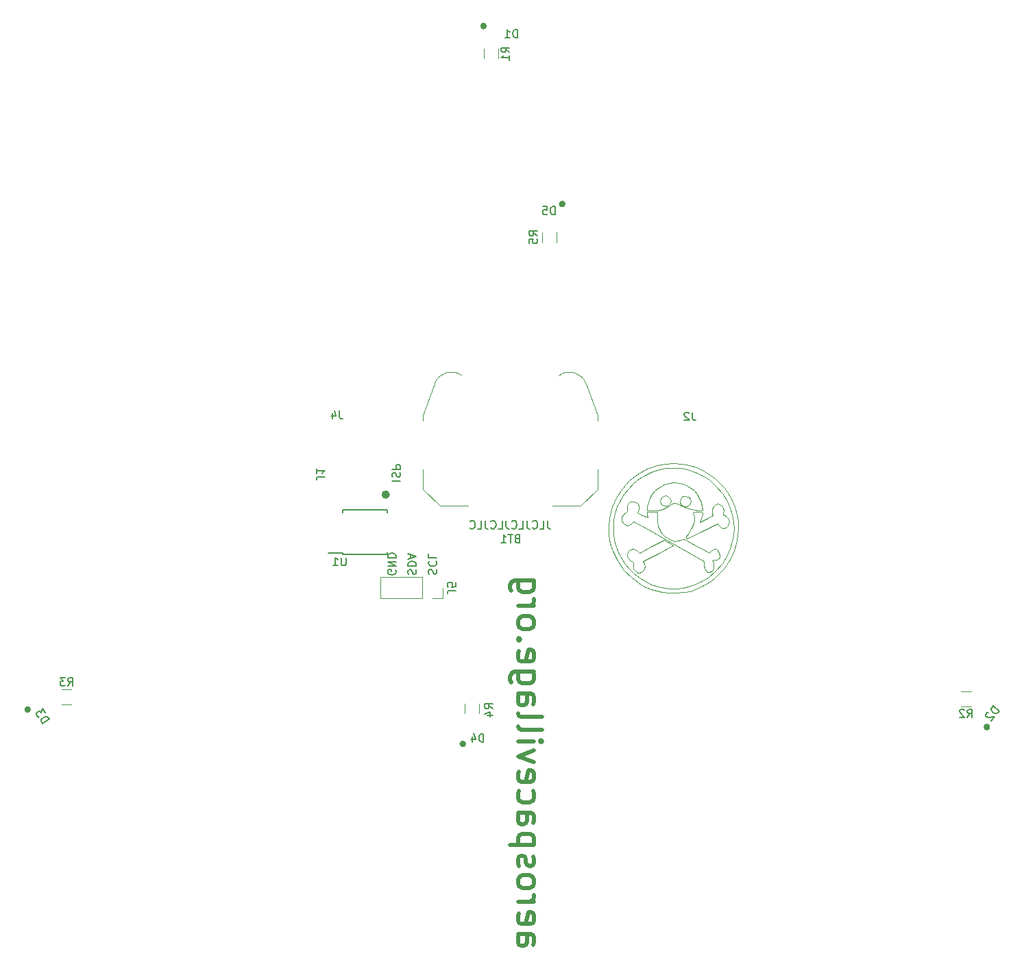
<source format=gbo>
%TF.GenerationSoftware,KiCad,Pcbnew,5.1.6-c6e7f7d~86~ubuntu18.04.1*%
%TF.CreationDate,2020-06-07T16:50:32-04:00*%
%TF.ProjectId,aerospace_badge,6165726f-7370-4616-9365-5f6261646765,V01*%
%TF.SameCoordinates,Original*%
%TF.FileFunction,Legend,Bot*%
%TF.FilePolarity,Positive*%
%FSLAX46Y46*%
G04 Gerber Fmt 4.6, Leading zero omitted, Abs format (unit mm)*
G04 Created by KiCad (PCBNEW 5.1.6-c6e7f7d~86~ubuntu18.04.1) date 2020-06-07 16:50:32*
%MOMM*%
%LPD*%
G01*
G04 APERTURE LIST*
%ADD10C,0.100000*%
%ADD11C,0.150000*%
%ADD12C,0.500000*%
%ADD13C,0.120000*%
%ADD14C,0.400000*%
G04 APERTURE END LIST*
D10*
X161698980Y-84932802D02*
X160993822Y-86016842D01*
X162572708Y-83974652D02*
X161698980Y-84932802D01*
X166058289Y-82045742D02*
X164767059Y-82512102D01*
X164767059Y-82512102D02*
X163600299Y-83161402D01*
X163600299Y-83161402D02*
X162572708Y-83974652D01*
X162476437Y-84912790D02*
X161916783Y-85610422D01*
X163117742Y-84278721D02*
X162476437Y-84912790D01*
X165418895Y-82858652D02*
X164600856Y-83241576D01*
X166272589Y-82580118D02*
X165418895Y-82858652D01*
X166947229Y-81898712D02*
X166058289Y-82045742D01*
X170553468Y-87828893D02*
X171036642Y-87796336D01*
X170485253Y-87886252D02*
X170553468Y-87828893D01*
X170490942Y-87983920D02*
X170485253Y-87886252D01*
X170599460Y-88461927D02*
X170490942Y-87983920D01*
X170953957Y-85610422D02*
X171246962Y-86109617D01*
X170609792Y-85195460D02*
X170953957Y-85610422D01*
X170063571Y-84753627D02*
X170609792Y-85195460D01*
X164747618Y-87796330D02*
X165417860Y-87796330D01*
X164818415Y-88171502D02*
X164747618Y-87796330D01*
X164828231Y-88547189D02*
X164818415Y-88171502D01*
X166365103Y-90092832D02*
X166586795Y-90466968D01*
X166165115Y-89592087D02*
X166365103Y-90092832D01*
X166010085Y-88981272D02*
X166165115Y-89592087D01*
X169675482Y-87142616D02*
X169874952Y-87071301D01*
X169434669Y-87143146D02*
X169675482Y-87142616D01*
X169201092Y-87079066D02*
X169434669Y-87143146D01*
X165370852Y-92105628D02*
X166928880Y-91328936D01*
X163813324Y-92882326D02*
X165370852Y-92105628D01*
X160036784Y-89834102D02*
X160068964Y-90559752D01*
X160148022Y-88486512D02*
X160036784Y-89834102D01*
X167297333Y-85877072D02*
X167045151Y-85830048D01*
X167511273Y-86012465D02*
X167297333Y-85877072D01*
X167653899Y-86215038D02*
X167511273Y-86012465D01*
X166281373Y-84775342D02*
X166881337Y-84453915D01*
X165736705Y-85223892D02*
X166281373Y-84775342D01*
X165381171Y-85642471D02*
X165736705Y-85223892D01*
X165106253Y-86105492D02*
X165381171Y-85642471D01*
X164914014Y-86610373D02*
X165106253Y-86105492D01*
X164804977Y-87153491D02*
X164914014Y-86610373D01*
X163087262Y-94434684D02*
X163091919Y-94071400D01*
X163092422Y-94828976D02*
X163087262Y-94434684D01*
X163306877Y-95132316D02*
X163092422Y-94828976D01*
X163499115Y-95309050D02*
X163306877Y-95132316D01*
X167297333Y-87030491D02*
X167511273Y-86895099D01*
X167045151Y-87078034D02*
X167297333Y-87030491D01*
X166792971Y-87030491D02*
X167045151Y-87078034D01*
X174956812Y-89029336D02*
X174891700Y-89281000D01*
X174891700Y-88769402D02*
X174956812Y-89029336D01*
X174728921Y-88507919D02*
X174891700Y-88769402D01*
X174518080Y-88305865D02*
X174728921Y-88507919D01*
X171665359Y-82689952D02*
X170864739Y-82324772D01*
X172420289Y-83135812D02*
X171665359Y-82689952D01*
X170611343Y-87613919D02*
X169898206Y-87424265D01*
X171167381Y-87689883D02*
X170611343Y-87613919D01*
X171662440Y-87689883D02*
X171167381Y-87689883D01*
X172898555Y-93928774D02*
X173007592Y-94163904D01*
X172866514Y-93826973D02*
X172898555Y-93928774D01*
X173105260Y-93800102D02*
X172866514Y-93826973D01*
X173391547Y-93750492D02*
X173105260Y-93800102D01*
X161256356Y-92869927D02*
X161625844Y-93591330D01*
X160965420Y-92111835D02*
X161256356Y-92869927D01*
X162563784Y-89433429D02*
X162360179Y-89495958D01*
X162815448Y-89249462D02*
X162563784Y-89433429D01*
X163126540Y-88987979D02*
X162815448Y-89249462D01*
X164511985Y-89770876D02*
X163126540Y-88987979D01*
X169644995Y-90825608D02*
X169748349Y-90698484D01*
X169601071Y-90963583D02*
X169644995Y-90825608D01*
X169619671Y-91074171D02*
X169601071Y-90963583D01*
X169704936Y-91119648D02*
X169619671Y-91074171D01*
X173071949Y-96061832D02*
X173706279Y-95483152D01*
X172384649Y-96570262D02*
X173071949Y-96061832D01*
X160603685Y-89680457D02*
X160635207Y-90510381D01*
X160666730Y-88840199D02*
X160603685Y-89680457D01*
X163829845Y-83718548D02*
X163117742Y-84278721D01*
X164600856Y-83241576D02*
X163829845Y-83718548D01*
X164011099Y-96784012D02*
X164630769Y-97112462D01*
X162879932Y-95981552D02*
X164011099Y-96784012D01*
X173609104Y-93631636D02*
X173391547Y-93750492D01*
X173718660Y-93470405D02*
X173609104Y-93631636D01*
X173767750Y-93280754D02*
X173718660Y-93470405D01*
X160531629Y-92624632D02*
X161120228Y-93878002D01*
X160318879Y-91958002D02*
X160531629Y-92624632D01*
X161450661Y-86360765D02*
X161089441Y-87153996D01*
X161916783Y-85610422D02*
X161450661Y-86360765D01*
X168872959Y-92237393D02*
X164511985Y-89770876D01*
X171847971Y-93921527D02*
X168872959Y-92237393D01*
X171847971Y-94372663D02*
X171847971Y-93921527D01*
X171933238Y-94890976D02*
X171847971Y-94372663D01*
X166018340Y-88385960D02*
X166010085Y-88981272D01*
X166087587Y-87796330D02*
X166018340Y-88385960D01*
X165417860Y-87796330D02*
X166087587Y-87796330D01*
X171607137Y-88131190D02*
X171485695Y-88576124D01*
X171598882Y-87899163D02*
X171607137Y-88131190D01*
X171422148Y-87810279D02*
X171598882Y-87899163D01*
X171036642Y-87796336D02*
X171422148Y-87810279D01*
X174280239Y-94840302D02*
X174786449Y-94139352D01*
X173706279Y-95483152D02*
X174280239Y-94840302D01*
X175442571Y-90673163D02*
X175493215Y-89846856D01*
X175289091Y-91498952D02*
X175442571Y-90673163D01*
X175033295Y-92326291D02*
X175289091Y-91498952D01*
X168363819Y-97816512D02*
X169328589Y-97740912D01*
X167405849Y-97829912D02*
X168363819Y-97816512D01*
X175287025Y-88188559D02*
X175030194Y-87352952D01*
X175441020Y-89019518D02*
X175287025Y-88188559D01*
X175493215Y-89846856D02*
X175441020Y-89019518D01*
X172915583Y-88287254D02*
X172853054Y-87895546D01*
X172126485Y-88677927D02*
X172915583Y-88287254D01*
X171337386Y-89068600D02*
X172126485Y-88677927D01*
X171485695Y-88576124D02*
X171337386Y-89068600D01*
X174308792Y-88225249D02*
X174518080Y-88305865D01*
X174159964Y-88176158D02*
X174308792Y-88225249D01*
X174208538Y-87951882D02*
X174159964Y-88176158D01*
X174246263Y-87635104D02*
X174208538Y-87951882D01*
X167283908Y-91087601D02*
X167717476Y-91325314D01*
X166877215Y-90777544D02*
X167283908Y-91087601D01*
X166586795Y-90466968D02*
X166877215Y-90777544D01*
X174345299Y-84903232D02*
X173766819Y-84247872D01*
X174851849Y-85617602D02*
X174345299Y-84903232D01*
X175279899Y-86385542D02*
X174851849Y-85617602D01*
X175620249Y-87211252D02*
X175279899Y-86385542D01*
X165283179Y-97388422D02*
X165965819Y-97608902D01*
X164630769Y-97112462D02*
X165283179Y-97388422D01*
X175217539Y-93386372D02*
X175572599Y-92557782D01*
X174786449Y-94139352D02*
X175217539Y-93386372D01*
X162684193Y-93834204D02*
X162498157Y-93624916D01*
X162882115Y-93947893D02*
X162684193Y-93834204D01*
X163020606Y-93995436D02*
X162882115Y-93947893D01*
X163091919Y-94071400D02*
X163020606Y-93995436D01*
X164741932Y-87689894D02*
X164804977Y-87153491D01*
X165415794Y-87689894D02*
X164741932Y-87689894D01*
X166083970Y-87627365D02*
X165415794Y-87689894D01*
X169406777Y-91212662D02*
X170490434Y-91776452D01*
X169175782Y-91187341D02*
X169406777Y-91212662D01*
X168968561Y-91272606D02*
X169175782Y-91187341D01*
X167704024Y-86453782D02*
X167653899Y-86215038D01*
X167653899Y-86692526D02*
X167704024Y-86453782D01*
X167511273Y-86895099D02*
X167653899Y-86692526D01*
X173226667Y-86942634D02*
X173538812Y-86856340D01*
X172990505Y-87164841D02*
X173226667Y-86942634D01*
X172857182Y-87492470D02*
X172990505Y-87164841D01*
X172853054Y-87895546D02*
X172857182Y-87492470D01*
X169463091Y-84438919D02*
X170063571Y-84753627D01*
X168826437Y-84251850D02*
X169463091Y-84438919D01*
X168171697Y-84191904D02*
X168826437Y-84251850D01*
X166579545Y-86895099D02*
X166792971Y-87030491D01*
X166436403Y-86692526D02*
X166579545Y-86895099D01*
X166386278Y-86453782D02*
X166436403Y-86692526D01*
X162347260Y-87753944D02*
X162340539Y-87427866D01*
X162161742Y-87897089D02*
X162347260Y-87753944D01*
X161802073Y-88147718D02*
X162161742Y-87897089D01*
X161632575Y-88507387D02*
X161802073Y-88147718D01*
X172453102Y-92873026D02*
X172686682Y-92639449D01*
X172070181Y-92661153D02*
X172453102Y-92873026D01*
X170490434Y-91776452D02*
X172070181Y-92661153D01*
X169864101Y-97070704D02*
X170586020Y-96825242D01*
X169173703Y-97198863D02*
X169864101Y-97070704D01*
X168382019Y-97273793D02*
X169173703Y-97198863D01*
X162643889Y-86595360D02*
X162934291Y-86527680D01*
X162439769Y-86778812D02*
X162643889Y-86595360D01*
X162334348Y-87061482D02*
X162439769Y-86778812D01*
X162340539Y-87427866D02*
X162334348Y-87061482D01*
X160826927Y-87995808D02*
X160666730Y-88840199D01*
X161089441Y-87153996D02*
X160826927Y-87995808D01*
X168041649Y-81849712D02*
X166947229Y-81898712D01*
X171642286Y-90203941D02*
X169704936Y-91119648D01*
X173471631Y-89287718D02*
X171642286Y-90203941D01*
X173686089Y-89560569D02*
X173471631Y-89287718D01*
X173931035Y-89767791D02*
X173686089Y-89560569D01*
X166676199Y-97770912D02*
X167405849Y-97829912D01*
X165965819Y-97608902D02*
X166676199Y-97770912D01*
X160163824Y-91268712D02*
X160318879Y-91958002D01*
X160068964Y-90559752D02*
X160163824Y-91268712D01*
X163653111Y-95389147D02*
X163499115Y-95309050D01*
X163819507Y-95385019D02*
X163653111Y-95389147D01*
X164051536Y-95309571D02*
X163819507Y-95385019D01*
X164273228Y-95145241D02*
X164051536Y-95309571D01*
X163764215Y-87157092D02*
X163729591Y-87521928D01*
X163645358Y-86851686D02*
X163764215Y-87157092D01*
X163392144Y-86633611D02*
X163645358Y-86851686D01*
X175828709Y-91688492D02*
X175985709Y-90792222D01*
X175572599Y-92557782D02*
X175828709Y-91688492D01*
X163025241Y-86530775D02*
X163392144Y-86633611D01*
X162934291Y-86527680D02*
X163025241Y-86530775D01*
X169895108Y-85959741D02*
X169434153Y-85867253D01*
X169022808Y-86957628D02*
X169201092Y-87079066D01*
X168854859Y-86612944D02*
X169022808Y-86957628D01*
X168890001Y-86257411D02*
X168854859Y-86612944D01*
X174675176Y-93157249D02*
X175033295Y-92326291D01*
X174094850Y-94157705D02*
X174675176Y-93157249D01*
X173252009Y-95097698D02*
X174094850Y-94157705D01*
X166123761Y-92978965D02*
X164259274Y-93921543D01*
X167988245Y-91980060D02*
X166123761Y-92978965D01*
X167458563Y-91626076D02*
X167988245Y-91980060D01*
X166928880Y-91328936D02*
X167458563Y-91626076D01*
X163591632Y-92644614D02*
X163813324Y-92882326D01*
X163334283Y-92461162D02*
X163591632Y-92644614D01*
X163049030Y-92407936D02*
X163334283Y-92461162D01*
X162769458Y-92484416D02*
X163049030Y-92407936D01*
X170078619Y-97613382D02*
X170880599Y-97352112D01*
X169328589Y-97740912D02*
X170078619Y-97613382D01*
X167604290Y-97289297D02*
X168382019Y-97273793D01*
X166957301Y-97238137D02*
X167604290Y-97289297D01*
X166095855Y-97050550D02*
X166957301Y-97238137D01*
X171630401Y-83322708D02*
X170747251Y-82888109D01*
X172464458Y-83885463D02*
X171630401Y-83322708D01*
X173253041Y-84578444D02*
X172464458Y-83885463D01*
X166740777Y-87452182D02*
X166083970Y-87627365D01*
X167367096Y-87184497D02*
X166740777Y-87452182D01*
X167934503Y-86831548D02*
X167367096Y-87184497D01*
X174097950Y-85511204D02*
X173253041Y-84578444D01*
X174670525Y-86510625D02*
X174097950Y-85511204D01*
X175030194Y-87352952D02*
X174670525Y-86510625D01*
X165282468Y-96773047D02*
X166095855Y-97050550D01*
X164520759Y-96412346D02*
X165282468Y-96773047D01*
X163814859Y-95974649D02*
X164520759Y-96412346D01*
X173122959Y-83656922D02*
X172420289Y-83135812D01*
X173766819Y-84247872D02*
X173122959Y-83656922D01*
X162070262Y-94269324D02*
X162585993Y-94896678D01*
X161625844Y-93591330D02*
X162070262Y-94269324D01*
X168722051Y-86927656D02*
X168483307Y-86795880D01*
X169208842Y-87177253D02*
X168722051Y-86927656D01*
X169898206Y-87424265D02*
X169208842Y-87177253D01*
X162528648Y-92689056D02*
X162769458Y-92484416D01*
X162305921Y-93123136D02*
X162528648Y-92689056D01*
X162360182Y-93370151D02*
X162305921Y-93123136D01*
X162498157Y-93624916D02*
X162360182Y-93370151D01*
X169093606Y-85979392D02*
X168890001Y-86257411D01*
X169249151Y-85897225D02*
X169093606Y-85979392D01*
X169434153Y-85867253D02*
X169249151Y-85897225D01*
X161909652Y-95004932D02*
X162879932Y-95981552D01*
X161120228Y-93878002D02*
X161909652Y-95004932D01*
X160471936Y-87207762D02*
X160148022Y-88486512D01*
X160993822Y-86016842D02*
X160471936Y-87207762D01*
X171593712Y-87189138D02*
X171662440Y-87689883D01*
X171467619Y-86650669D02*
X171593712Y-87189138D01*
X171246962Y-86109617D02*
X171467619Y-86650669D01*
X170135918Y-86706983D02*
X170175709Y-86479608D01*
X170032567Y-86914723D02*
X170135918Y-86706983D01*
X169874952Y-87071301D02*
X170032567Y-86914723D01*
X170024989Y-82045672D02*
X169136049Y-81898642D01*
X170864739Y-82324772D02*
X170024989Y-82045672D01*
X170609276Y-88847435D02*
X170599460Y-88461927D01*
X170509026Y-89244826D02*
X170609276Y-88847435D01*
X170285784Y-89759007D02*
X170509026Y-89244826D01*
X169748349Y-90698484D02*
X170285784Y-89759007D01*
X166438469Y-86210902D02*
X166386278Y-86453782D01*
X166579545Y-86012465D02*
X166438469Y-86210902D01*
X166788836Y-85879141D02*
X166579545Y-86012465D01*
X173134198Y-92406388D02*
X173320234Y-92443594D01*
X172914572Y-92475116D02*
X173134198Y-92406388D01*
X172686682Y-92639449D02*
X172914572Y-92475116D01*
X168559801Y-91417817D02*
X168968561Y-91272606D01*
X168142772Y-91435386D02*
X168559801Y-91417817D01*
X167717476Y-91325314D02*
X168142772Y-91435386D01*
X170040316Y-86082733D02*
X169895108Y-85959741D01*
X170140054Y-86264115D02*
X170040316Y-86082733D01*
X170175709Y-86479608D02*
X170140054Y-86264115D01*
X164191578Y-88221111D02*
X164828231Y-88547189D01*
X163614871Y-87895549D02*
X164191578Y-88221111D01*
X163729591Y-87521928D02*
X163614871Y-87895549D01*
X173709873Y-92877677D02*
X173767750Y-93280754D01*
X173482498Y-92544879D02*
X173709873Y-92877677D01*
X173320234Y-92443594D02*
X173482498Y-92544879D01*
X164444276Y-94886859D02*
X164273228Y-95145241D01*
X164523341Y-94562329D02*
X164444276Y-94886859D01*
X164419471Y-94241419D02*
X164523341Y-94562329D01*
X164259274Y-93921543D02*
X164419471Y-94241419D01*
X171651739Y-97002372D02*
X172384649Y-96570262D01*
X170880599Y-97352112D02*
X171651739Y-97002372D01*
X168999038Y-82446791D02*
X168040439Y-82402865D01*
X169810356Y-82579083D02*
X168999038Y-82446791D01*
X170747251Y-82888109D02*
X169810356Y-82579083D01*
X167045151Y-85830048D02*
X166788836Y-85879141D01*
X167517475Y-84259611D02*
X168171697Y-84191904D01*
X166881337Y-84453915D02*
X167517475Y-84259611D01*
X168041619Y-81849642D02*
X168041649Y-81849712D01*
X169136049Y-81898642D02*
X168041619Y-81849642D01*
X175860879Y-88078472D02*
X175620249Y-87211252D01*
X176001909Y-88973502D02*
X175860879Y-88078472D01*
X172332166Y-95924521D02*
X173252009Y-95097698D01*
X171418528Y-96464022D02*
X172332166Y-95924521D01*
X170586020Y-96825242D02*
X171418528Y-96464022D01*
X168058526Y-86743696D02*
X167934503Y-86831548D01*
X168251797Y-86733351D02*
X168058526Y-86743696D01*
X168483307Y-86795880D02*
X168251797Y-86733351D01*
X163168902Y-95467702D02*
X163814859Y-95974649D01*
X162585993Y-94896678D02*
X163168902Y-95467702D01*
X176043509Y-89882652D02*
X176001909Y-88973502D01*
X175985709Y-90792222D02*
X176043509Y-89882652D01*
X167082359Y-82447307D02*
X166272589Y-82580118D01*
X168040439Y-82402865D02*
X167082359Y-82447307D01*
X160757164Y-91322734D02*
X160965420Y-92111835D01*
X160635207Y-90510381D02*
X160757164Y-91322734D01*
X172812771Y-95086845D02*
X172637588Y-95222753D01*
X172957983Y-94832596D02*
X172812771Y-95086845D01*
X173025160Y-94495149D02*
X172957983Y-94832596D01*
X173007592Y-94163904D02*
X173025160Y-94495149D01*
X161667199Y-88902712D02*
X161632575Y-88507387D01*
X161919378Y-89260312D02*
X161667199Y-88902712D01*
X162160191Y-89438081D02*
X161919378Y-89260312D01*
X162360179Y-89495958D02*
X162160191Y-89438081D01*
X174160995Y-87304893D02*
X174246263Y-87635104D01*
X173982711Y-87030491D02*
X174160995Y-87304893D01*
X173741382Y-86879597D02*
X173982711Y-87030491D01*
X173538812Y-86856340D02*
X173741382Y-86879597D01*
X172155964Y-95207235D02*
X171933238Y-94890976D01*
X172302723Y-95278033D02*
X172155964Y-95207235D01*
X172465506Y-95285282D02*
X172302723Y-95278033D01*
X172637588Y-95222753D02*
X172465506Y-95285282D01*
X174209054Y-89834971D02*
X173931035Y-89767791D01*
X174487073Y-89762624D02*
X174209054Y-89834971D01*
X174734604Y-89550751D02*
X174487073Y-89762624D01*
X174891700Y-89281000D02*
X174734604Y-89550751D01*
D11*
X152497847Y-88911180D02*
X152497847Y-89625466D01*
X152545466Y-89768323D01*
X152640704Y-89863561D01*
X152783561Y-89911180D01*
X152878800Y-89911180D01*
X151545466Y-89911180D02*
X152021657Y-89911180D01*
X152021657Y-88911180D01*
X150640704Y-89815942D02*
X150688323Y-89863561D01*
X150831180Y-89911180D01*
X150926419Y-89911180D01*
X151069276Y-89863561D01*
X151164514Y-89768323D01*
X151212133Y-89673085D01*
X151259752Y-89482609D01*
X151259752Y-89339752D01*
X151212133Y-89149276D01*
X151164514Y-89054038D01*
X151069276Y-88958800D01*
X150926419Y-88911180D01*
X150831180Y-88911180D01*
X150688323Y-88958800D01*
X150640704Y-89006419D01*
X149926419Y-88911180D02*
X149926419Y-89625466D01*
X149974038Y-89768323D01*
X150069276Y-89863561D01*
X150212133Y-89911180D01*
X150307371Y-89911180D01*
X148974038Y-89911180D02*
X149450228Y-89911180D01*
X149450228Y-88911180D01*
X148069276Y-89815942D02*
X148116895Y-89863561D01*
X148259752Y-89911180D01*
X148354990Y-89911180D01*
X148497847Y-89863561D01*
X148593085Y-89768323D01*
X148640704Y-89673085D01*
X148688323Y-89482609D01*
X148688323Y-89339752D01*
X148640704Y-89149276D01*
X148593085Y-89054038D01*
X148497847Y-88958800D01*
X148354990Y-88911180D01*
X148259752Y-88911180D01*
X148116895Y-88958800D01*
X148069276Y-89006419D01*
X147354990Y-88911180D02*
X147354990Y-89625466D01*
X147402609Y-89768323D01*
X147497847Y-89863561D01*
X147640704Y-89911180D01*
X147735942Y-89911180D01*
X146402609Y-89911180D02*
X146878800Y-89911180D01*
X146878800Y-88911180D01*
X145497847Y-89815942D02*
X145545466Y-89863561D01*
X145688323Y-89911180D01*
X145783561Y-89911180D01*
X145926419Y-89863561D01*
X146021657Y-89768323D01*
X146069276Y-89673085D01*
X146116895Y-89482609D01*
X146116895Y-89339752D01*
X146069276Y-89149276D01*
X146021657Y-89054038D01*
X145926419Y-88958800D01*
X145783561Y-88911180D01*
X145688323Y-88911180D01*
X145545466Y-88958800D01*
X145497847Y-89006419D01*
X144783561Y-88911180D02*
X144783561Y-89625466D01*
X144831180Y-89768323D01*
X144926419Y-89863561D01*
X145069276Y-89911180D01*
X145164514Y-89911180D01*
X143831180Y-89911180D02*
X144307371Y-89911180D01*
X144307371Y-88911180D01*
X142926419Y-89815942D02*
X142974038Y-89863561D01*
X143116895Y-89911180D01*
X143212133Y-89911180D01*
X143354990Y-89863561D01*
X143450228Y-89768323D01*
X143497847Y-89673085D01*
X143545466Y-89482609D01*
X143545466Y-89339752D01*
X143497847Y-89149276D01*
X143450228Y-89054038D01*
X143354990Y-88958800D01*
X143212133Y-88911180D01*
X143116895Y-88911180D01*
X142974038Y-88958800D01*
X142926419Y-89006419D01*
D12*
X148833057Y-140022785D02*
X150404485Y-140022785D01*
X150690200Y-140165642D01*
X150833057Y-140451357D01*
X150833057Y-141022785D01*
X150690200Y-141308500D01*
X148975914Y-140022785D02*
X148833057Y-140308500D01*
X148833057Y-141022785D01*
X148975914Y-141308500D01*
X149261628Y-141451357D01*
X149547342Y-141451357D01*
X149833057Y-141308500D01*
X149975914Y-141022785D01*
X149975914Y-140308500D01*
X150118771Y-140022785D01*
X148975914Y-137451357D02*
X148833057Y-137737071D01*
X148833057Y-138308500D01*
X148975914Y-138594214D01*
X149261628Y-138737071D01*
X150404485Y-138737071D01*
X150690200Y-138594214D01*
X150833057Y-138308500D01*
X150833057Y-137737071D01*
X150690200Y-137451357D01*
X150404485Y-137308500D01*
X150118771Y-137308500D01*
X149833057Y-138737071D01*
X148833057Y-136022785D02*
X150833057Y-136022785D01*
X150261628Y-136022785D02*
X150547342Y-135879928D01*
X150690200Y-135737071D01*
X150833057Y-135451357D01*
X150833057Y-135165642D01*
X148833057Y-133737071D02*
X148975914Y-134022785D01*
X149118771Y-134165642D01*
X149404485Y-134308500D01*
X150261628Y-134308500D01*
X150547342Y-134165642D01*
X150690200Y-134022785D01*
X150833057Y-133737071D01*
X150833057Y-133308500D01*
X150690200Y-133022785D01*
X150547342Y-132879928D01*
X150261628Y-132737071D01*
X149404485Y-132737071D01*
X149118771Y-132879928D01*
X148975914Y-133022785D01*
X148833057Y-133308500D01*
X148833057Y-133737071D01*
X148975914Y-131594214D02*
X148833057Y-131308500D01*
X148833057Y-130737071D01*
X148975914Y-130451357D01*
X149261628Y-130308500D01*
X149404485Y-130308500D01*
X149690200Y-130451357D01*
X149833057Y-130737071D01*
X149833057Y-131165642D01*
X149975914Y-131451357D01*
X150261628Y-131594214D01*
X150404485Y-131594214D01*
X150690200Y-131451357D01*
X150833057Y-131165642D01*
X150833057Y-130737071D01*
X150690200Y-130451357D01*
X150833057Y-129022785D02*
X147833057Y-129022785D01*
X150690200Y-129022785D02*
X150833057Y-128737071D01*
X150833057Y-128165642D01*
X150690200Y-127879928D01*
X150547342Y-127737071D01*
X150261628Y-127594214D01*
X149404485Y-127594214D01*
X149118771Y-127737071D01*
X148975914Y-127879928D01*
X148833057Y-128165642D01*
X148833057Y-128737071D01*
X148975914Y-129022785D01*
X148833057Y-125022785D02*
X150404485Y-125022785D01*
X150690200Y-125165642D01*
X150833057Y-125451357D01*
X150833057Y-126022785D01*
X150690200Y-126308500D01*
X148975914Y-125022785D02*
X148833057Y-125308500D01*
X148833057Y-126022785D01*
X148975914Y-126308500D01*
X149261628Y-126451357D01*
X149547342Y-126451357D01*
X149833057Y-126308500D01*
X149975914Y-126022785D01*
X149975914Y-125308500D01*
X150118771Y-125022785D01*
X148975914Y-122308500D02*
X148833057Y-122594214D01*
X148833057Y-123165642D01*
X148975914Y-123451357D01*
X149118771Y-123594214D01*
X149404485Y-123737071D01*
X150261628Y-123737071D01*
X150547342Y-123594214D01*
X150690200Y-123451357D01*
X150833057Y-123165642D01*
X150833057Y-122594214D01*
X150690200Y-122308500D01*
X148975914Y-119879928D02*
X148833057Y-120165642D01*
X148833057Y-120737071D01*
X148975914Y-121022785D01*
X149261628Y-121165642D01*
X150404485Y-121165642D01*
X150690200Y-121022785D01*
X150833057Y-120737071D01*
X150833057Y-120165642D01*
X150690200Y-119879928D01*
X150404485Y-119737071D01*
X150118771Y-119737071D01*
X149833057Y-121165642D01*
X150833057Y-118737071D02*
X148833057Y-118022785D01*
X150833057Y-117308500D01*
X148833057Y-116165642D02*
X150833057Y-116165642D01*
X151833057Y-116165642D02*
X151690200Y-116308500D01*
X151547342Y-116165642D01*
X151690200Y-116022785D01*
X151833057Y-116165642D01*
X151547342Y-116165642D01*
X148833057Y-114308500D02*
X148975914Y-114594214D01*
X149261628Y-114737071D01*
X151833057Y-114737071D01*
X148833057Y-112737071D02*
X148975914Y-113022785D01*
X149261628Y-113165642D01*
X151833057Y-113165642D01*
X148833057Y-110308500D02*
X150404485Y-110308500D01*
X150690200Y-110451357D01*
X150833057Y-110737071D01*
X150833057Y-111308500D01*
X150690200Y-111594214D01*
X148975914Y-110308500D02*
X148833057Y-110594214D01*
X148833057Y-111308500D01*
X148975914Y-111594214D01*
X149261628Y-111737071D01*
X149547342Y-111737071D01*
X149833057Y-111594214D01*
X149975914Y-111308500D01*
X149975914Y-110594214D01*
X150118771Y-110308500D01*
X150833057Y-107594214D02*
X148404485Y-107594214D01*
X148118771Y-107737071D01*
X147975914Y-107879928D01*
X147833057Y-108165642D01*
X147833057Y-108594214D01*
X147975914Y-108879928D01*
X148975914Y-107594214D02*
X148833057Y-107879928D01*
X148833057Y-108451357D01*
X148975914Y-108737071D01*
X149118771Y-108879928D01*
X149404485Y-109022785D01*
X150261628Y-109022785D01*
X150547342Y-108879928D01*
X150690200Y-108737071D01*
X150833057Y-108451357D01*
X150833057Y-107879928D01*
X150690200Y-107594214D01*
X148975914Y-105022785D02*
X148833057Y-105308500D01*
X148833057Y-105879928D01*
X148975914Y-106165642D01*
X149261628Y-106308500D01*
X150404485Y-106308500D01*
X150690200Y-106165642D01*
X150833057Y-105879928D01*
X150833057Y-105308500D01*
X150690200Y-105022785D01*
X150404485Y-104879928D01*
X150118771Y-104879928D01*
X149833057Y-106308500D01*
X149118771Y-103594214D02*
X148975914Y-103451357D01*
X148833057Y-103594214D01*
X148975914Y-103737071D01*
X149118771Y-103594214D01*
X148833057Y-103594214D01*
X148833057Y-101737071D02*
X148975914Y-102022785D01*
X149118771Y-102165642D01*
X149404485Y-102308500D01*
X150261628Y-102308500D01*
X150547342Y-102165642D01*
X150690200Y-102022785D01*
X150833057Y-101737071D01*
X150833057Y-101308500D01*
X150690200Y-101022785D01*
X150547342Y-100879928D01*
X150261628Y-100737071D01*
X149404485Y-100737071D01*
X149118771Y-100879928D01*
X148975914Y-101022785D01*
X148833057Y-101308500D01*
X148833057Y-101737071D01*
X148833057Y-99451357D02*
X150833057Y-99451357D01*
X150261628Y-99451357D02*
X150547342Y-99308500D01*
X150690200Y-99165642D01*
X150833057Y-98879928D01*
X150833057Y-98594214D01*
X150833057Y-96308500D02*
X148404485Y-96308500D01*
X148118771Y-96451357D01*
X147975914Y-96594214D01*
X147833057Y-96879928D01*
X147833057Y-97308500D01*
X147975914Y-97594214D01*
X148975914Y-96308500D02*
X148833057Y-96594214D01*
X148833057Y-97165642D01*
X148975914Y-97451357D01*
X149118771Y-97594214D01*
X149404485Y-97737071D01*
X150261628Y-97737071D01*
X150547342Y-97594214D01*
X150690200Y-97451357D01*
X150833057Y-97165642D01*
X150833057Y-96594214D01*
X150690200Y-96308500D01*
D11*
X133304019Y-83983390D02*
X134304019Y-83983390D01*
X133351638Y-83554819D02*
X133304019Y-83411961D01*
X133304019Y-83173866D01*
X133351638Y-83078628D01*
X133399257Y-83031009D01*
X133494495Y-82983390D01*
X133589733Y-82983390D01*
X133684971Y-83031009D01*
X133732590Y-83078628D01*
X133780209Y-83173866D01*
X133827828Y-83364342D01*
X133875447Y-83459580D01*
X133923066Y-83507200D01*
X134018304Y-83554819D01*
X134113542Y-83554819D01*
X134208780Y-83507200D01*
X134256400Y-83459580D01*
X134304019Y-83364342D01*
X134304019Y-83126247D01*
X134256400Y-82983390D01*
X133304019Y-82554819D02*
X134304019Y-82554819D01*
X134304019Y-82173866D01*
X134256400Y-82078628D01*
X134208780Y-82031009D01*
X134113542Y-81983390D01*
X133970685Y-81983390D01*
X133875447Y-82031009D01*
X133827828Y-82078628D01*
X133780209Y-82173866D01*
X133780209Y-82554819D01*
X133723000Y-95034004D02*
X133770619Y-95129242D01*
X133770619Y-95272100D01*
X133723000Y-95414957D01*
X133627761Y-95510195D01*
X133532523Y-95557814D01*
X133342047Y-95605433D01*
X133199190Y-95605433D01*
X133008714Y-95557814D01*
X132913476Y-95510195D01*
X132818238Y-95414957D01*
X132770619Y-95272100D01*
X132770619Y-95176861D01*
X132818238Y-95034004D01*
X132865857Y-94986385D01*
X133199190Y-94986385D01*
X133199190Y-95176861D01*
X132770619Y-94557814D02*
X133770619Y-94557814D01*
X132770619Y-93986385D01*
X133770619Y-93986385D01*
X132770619Y-93510195D02*
X133770619Y-93510195D01*
X133770619Y-93272100D01*
X133723000Y-93129242D01*
X133627761Y-93034004D01*
X133532523Y-92986385D01*
X133342047Y-92938766D01*
X133199190Y-92938766D01*
X133008714Y-92986385D01*
X132913476Y-93034004D01*
X132818238Y-93129242D01*
X132770619Y-93272100D01*
X132770619Y-93510195D01*
X135307438Y-95524485D02*
X135259819Y-95381628D01*
X135259819Y-95143533D01*
X135307438Y-95048295D01*
X135355057Y-95000676D01*
X135450295Y-94953057D01*
X135545533Y-94953057D01*
X135640771Y-95000676D01*
X135688390Y-95048295D01*
X135736009Y-95143533D01*
X135783628Y-95334009D01*
X135831247Y-95429247D01*
X135878866Y-95476866D01*
X135974104Y-95524485D01*
X136069342Y-95524485D01*
X136164580Y-95476866D01*
X136212200Y-95429247D01*
X136259819Y-95334009D01*
X136259819Y-95095914D01*
X136212200Y-94953057D01*
X135259819Y-94524485D02*
X136259819Y-94524485D01*
X136259819Y-94286390D01*
X136212200Y-94143533D01*
X136116961Y-94048295D01*
X136021723Y-94000676D01*
X135831247Y-93953057D01*
X135688390Y-93953057D01*
X135497914Y-94000676D01*
X135402676Y-94048295D01*
X135307438Y-94143533D01*
X135259819Y-94286390D01*
X135259819Y-94524485D01*
X135545533Y-93572104D02*
X135545533Y-93095914D01*
X135259819Y-93667342D02*
X136259819Y-93334009D01*
X135259819Y-93000676D01*
X137847438Y-95500676D02*
X137799819Y-95357819D01*
X137799819Y-95119723D01*
X137847438Y-95024485D01*
X137895057Y-94976866D01*
X137990295Y-94929247D01*
X138085533Y-94929247D01*
X138180771Y-94976866D01*
X138228390Y-95024485D01*
X138276009Y-95119723D01*
X138323628Y-95310200D01*
X138371247Y-95405438D01*
X138418866Y-95453057D01*
X138514104Y-95500676D01*
X138609342Y-95500676D01*
X138704580Y-95453057D01*
X138752200Y-95405438D01*
X138799819Y-95310200D01*
X138799819Y-95072104D01*
X138752200Y-94929247D01*
X137895057Y-93929247D02*
X137847438Y-93976866D01*
X137799819Y-94119723D01*
X137799819Y-94214961D01*
X137847438Y-94357819D01*
X137942676Y-94453057D01*
X138037914Y-94500676D01*
X138228390Y-94548295D01*
X138371247Y-94548295D01*
X138561723Y-94500676D01*
X138656961Y-94453057D01*
X138752200Y-94357819D01*
X138799819Y-94214961D01*
X138799819Y-94119723D01*
X138752200Y-93976866D01*
X138704580Y-93929247D01*
X137799819Y-93024485D02*
X137799819Y-93500676D01*
X138799819Y-93500676D01*
D12*
%TO.C,J1*%
X132763863Y-85694520D02*
G75*
G03*
X132763863Y-85694520I-262223J0D01*
G01*
D13*
%TO.C,BT1*%
X156604200Y-87092800D02*
X153104200Y-87092800D01*
X158684200Y-76552800D02*
X158684200Y-75922800D01*
X158684200Y-85012800D02*
X158684200Y-82552800D01*
X137124200Y-76552800D02*
X137124200Y-75922800D01*
X137124200Y-85012800D02*
X137124200Y-82552800D01*
X158684200Y-75922800D02*
X157244200Y-71972800D01*
X156604200Y-87092800D02*
X158684200Y-85012800D01*
X142704200Y-87092800D02*
X139204200Y-87092800D01*
X139204200Y-87092800D02*
X137124200Y-85012800D01*
X137124200Y-75922800D02*
X138564200Y-71972800D01*
X157229444Y-71964631D02*
G75*
G03*
X153904200Y-71002800I-2015244J-738169D01*
G01*
X141900846Y-70986270D02*
G75*
G03*
X138564200Y-71972800I-1306646J-1716530D01*
G01*
D14*
%TO.C,D2*%
X206959076Y-114422148D02*
G75*
G03*
X206959076Y-114422148I-199999J0D01*
G01*
%TO.C,D3*%
X88468767Y-112242299D02*
G75*
G03*
X88468767Y-112242299I-200000J0D01*
G01*
%TO.C,D4*%
X142231720Y-116495520D02*
G75*
G03*
X142231720Y-116495520I-200000J0D01*
G01*
%TO.C,D1*%
X144784420Y-27805380D02*
G75*
G03*
X144784420Y-27805380I-200000J0D01*
G01*
%TO.C,D5*%
X154497380Y-49792580D02*
G75*
G03*
X154497380Y-49792580I-200000J0D01*
G01*
D13*
%TO.C,R1*%
X144606600Y-31815664D02*
X144606600Y-30611536D01*
X146426600Y-31815664D02*
X146426600Y-30611536D01*
%TO.C,R2*%
X203585536Y-110037200D02*
X204789664Y-110037200D01*
X203585536Y-111857200D02*
X204789664Y-111857200D01*
%TO.C,R3*%
X93683364Y-111603200D02*
X92479236Y-111603200D01*
X93683364Y-109783200D02*
X92479236Y-109783200D01*
%TO.C,R4*%
X144051700Y-111510536D02*
X144051700Y-112714664D01*
X142231700Y-111510536D02*
X142231700Y-112714664D01*
%TO.C,R5*%
X151794800Y-54516564D02*
X151794800Y-53312436D01*
X153614800Y-54516564D02*
X153614800Y-53312436D01*
D11*
%TO.C,U1*%
X127158300Y-92885100D02*
X125408300Y-92885100D01*
X127158300Y-87580100D02*
X132658300Y-87580100D01*
X127158300Y-93090100D02*
X132658300Y-93090100D01*
X127158300Y-87580100D02*
X127158300Y-87880100D01*
X132658300Y-87580100D02*
X132658300Y-87880100D01*
X132658300Y-93090100D02*
X132658300Y-92790100D01*
X127158300Y-93090100D02*
X127158300Y-92885100D01*
D13*
%TO.C,J5*%
X131842200Y-98535800D02*
X131842200Y-95875800D01*
X136982200Y-98535800D02*
X131842200Y-98535800D01*
X136982200Y-95875800D02*
X131842200Y-95875800D01*
X136982200Y-98535800D02*
X136982200Y-95875800D01*
X138252200Y-98535800D02*
X139582200Y-98535800D01*
X139582200Y-98535800D02*
X139582200Y-97205800D01*
%TO.C,J1*%
D11*
X124946659Y-83482773D02*
X124232373Y-83482773D01*
X124089516Y-83530392D01*
X123994278Y-83625630D01*
X123946659Y-83768487D01*
X123946659Y-83863725D01*
X123946659Y-82482773D02*
X123946659Y-83054201D01*
X123946659Y-82768487D02*
X124946659Y-82768487D01*
X124803801Y-82863725D01*
X124708563Y-82958963D01*
X124660944Y-83054201D01*
%TO.C,BT1*%
X148728014Y-91114571D02*
X148585157Y-91162190D01*
X148537538Y-91209809D01*
X148489919Y-91305047D01*
X148489919Y-91447904D01*
X148537538Y-91543142D01*
X148585157Y-91590761D01*
X148680395Y-91638380D01*
X149061347Y-91638380D01*
X149061347Y-90638380D01*
X148728014Y-90638380D01*
X148632776Y-90686000D01*
X148585157Y-90733619D01*
X148537538Y-90828857D01*
X148537538Y-90924095D01*
X148585157Y-91019333D01*
X148632776Y-91066952D01*
X148728014Y-91114571D01*
X149061347Y-91114571D01*
X148204204Y-90638380D02*
X147632776Y-90638380D01*
X147918490Y-91638380D02*
X147918490Y-90638380D01*
X146775633Y-91638380D02*
X147347061Y-91638380D01*
X147061347Y-91638380D02*
X147061347Y-90638380D01*
X147156585Y-90781238D01*
X147251823Y-90876476D01*
X147347061Y-90924095D01*
%TO.C,D2*%
X208263156Y-112475953D02*
X207497111Y-111833165D01*
X207344067Y-112015557D01*
X207288718Y-112155600D01*
X207300457Y-112289775D01*
X207342805Y-112387471D01*
X207458109Y-112546385D01*
X207567544Y-112638212D01*
X207744066Y-112724169D01*
X207847632Y-112748909D01*
X207981806Y-112737170D01*
X208110111Y-112658344D01*
X208263156Y-112475953D01*
X206957889Y-112623949D02*
X206890802Y-112629818D01*
X206793106Y-112672166D01*
X206640061Y-112854558D01*
X206615322Y-112958123D01*
X206621191Y-113025210D01*
X206663539Y-113122907D01*
X206736495Y-113184124D01*
X206876539Y-113239473D01*
X207681586Y-113169040D01*
X207283670Y-113643258D01*
%TO.C,D3*%
X90122442Y-113991121D02*
X90941594Y-113417544D01*
X90805028Y-113222508D01*
X90684081Y-113132800D01*
X90551440Y-113109411D01*
X90446113Y-113125031D01*
X90262771Y-113195276D01*
X90145749Y-113277215D01*
X90017033Y-113425475D01*
X89966332Y-113519109D01*
X89942944Y-113651750D01*
X89985876Y-113796085D01*
X90122442Y-113991121D01*
X90422644Y-112676407D02*
X90067573Y-112169313D01*
X89946707Y-112660869D01*
X89864767Y-112543847D01*
X89771134Y-112493146D01*
X89704813Y-112481452D01*
X89599486Y-112497071D01*
X89404449Y-112633636D01*
X89353748Y-112727270D01*
X89342054Y-112793590D01*
X89357673Y-112898918D01*
X89521552Y-113132961D01*
X89615186Y-113183663D01*
X89681506Y-113195357D01*
%TO.C,D4*%
X144578295Y-116257020D02*
X144578295Y-115257020D01*
X144340200Y-115257020D01*
X144197342Y-115304640D01*
X144102104Y-115399878D01*
X144054485Y-115495116D01*
X144006866Y-115685592D01*
X144006866Y-115828449D01*
X144054485Y-116018925D01*
X144102104Y-116114163D01*
X144197342Y-116209401D01*
X144340200Y-116257020D01*
X144578295Y-116257020D01*
X143149723Y-115590354D02*
X143149723Y-116257020D01*
X143387819Y-115209401D02*
X143625914Y-115923687D01*
X143006866Y-115923687D01*
%TO.C,D1*%
X148769295Y-29243280D02*
X148769295Y-28243280D01*
X148531200Y-28243280D01*
X148388342Y-28290900D01*
X148293104Y-28386138D01*
X148245485Y-28481376D01*
X148197866Y-28671852D01*
X148197866Y-28814709D01*
X148245485Y-29005185D01*
X148293104Y-29100423D01*
X148388342Y-29195661D01*
X148531200Y-29243280D01*
X148769295Y-29243280D01*
X147245485Y-29243280D02*
X147816914Y-29243280D01*
X147531200Y-29243280D02*
X147531200Y-28243280D01*
X147626438Y-28386138D01*
X147721676Y-28481376D01*
X147816914Y-28528995D01*
%TO.C,D5*%
X153404795Y-51099980D02*
X153404795Y-50099980D01*
X153166700Y-50099980D01*
X153023842Y-50147600D01*
X152928604Y-50242838D01*
X152880985Y-50338076D01*
X152833366Y-50528552D01*
X152833366Y-50671409D01*
X152880985Y-50861885D01*
X152928604Y-50957123D01*
X153023842Y-51052361D01*
X153166700Y-51099980D01*
X153404795Y-51099980D01*
X151928604Y-50099980D02*
X152404795Y-50099980D01*
X152452414Y-50576171D01*
X152404795Y-50528552D01*
X152309557Y-50480933D01*
X152071461Y-50480933D01*
X151976223Y-50528552D01*
X151928604Y-50576171D01*
X151880985Y-50671409D01*
X151880985Y-50909504D01*
X151928604Y-51004742D01*
X151976223Y-51052361D01*
X152071461Y-51099980D01*
X152309557Y-51099980D01*
X152404795Y-51052361D01*
X152452414Y-51004742D01*
%TO.C,J2*%
X170386333Y-75525380D02*
X170386333Y-76239666D01*
X170433952Y-76382523D01*
X170529190Y-76477761D01*
X170672047Y-76525380D01*
X170767285Y-76525380D01*
X169957761Y-75620619D02*
X169910142Y-75573000D01*
X169814904Y-75525380D01*
X169576809Y-75525380D01*
X169481571Y-75573000D01*
X169433952Y-75620619D01*
X169386333Y-75715857D01*
X169386333Y-75811095D01*
X169433952Y-75953952D01*
X170005380Y-76525380D01*
X169386333Y-76525380D01*
%TO.C,J4*%
X126799933Y-75334880D02*
X126799933Y-76049166D01*
X126847552Y-76192023D01*
X126942790Y-76287261D01*
X127085647Y-76334880D01*
X127180885Y-76334880D01*
X125895171Y-75668214D02*
X125895171Y-76334880D01*
X126133266Y-75287261D02*
X126371361Y-76001547D01*
X125752314Y-76001547D01*
%TO.C,R1*%
X147788980Y-31046933D02*
X147312790Y-30713600D01*
X147788980Y-30475504D02*
X146788980Y-30475504D01*
X146788980Y-30856457D01*
X146836600Y-30951695D01*
X146884219Y-30999314D01*
X146979457Y-31046933D01*
X147122314Y-31046933D01*
X147217552Y-30999314D01*
X147265171Y-30951695D01*
X147312790Y-30856457D01*
X147312790Y-30475504D01*
X147788980Y-31999314D02*
X147788980Y-31427885D01*
X147788980Y-31713600D02*
X146788980Y-31713600D01*
X146931838Y-31618361D01*
X147027076Y-31523123D01*
X147074695Y-31427885D01*
%TO.C,R2*%
X204354266Y-113219580D02*
X204687600Y-112743390D01*
X204925695Y-113219580D02*
X204925695Y-112219580D01*
X204544742Y-112219580D01*
X204449504Y-112267200D01*
X204401885Y-112314819D01*
X204354266Y-112410057D01*
X204354266Y-112552914D01*
X204401885Y-112648152D01*
X204449504Y-112695771D01*
X204544742Y-112743390D01*
X204925695Y-112743390D01*
X203973314Y-112314819D02*
X203925695Y-112267200D01*
X203830457Y-112219580D01*
X203592361Y-112219580D01*
X203497123Y-112267200D01*
X203449504Y-112314819D01*
X203401885Y-112410057D01*
X203401885Y-112505295D01*
X203449504Y-112648152D01*
X204020933Y-113219580D01*
X203401885Y-113219580D01*
%TO.C,R3*%
X93247966Y-109325580D02*
X93581300Y-108849390D01*
X93819395Y-109325580D02*
X93819395Y-108325580D01*
X93438442Y-108325580D01*
X93343204Y-108373200D01*
X93295585Y-108420819D01*
X93247966Y-108516057D01*
X93247966Y-108658914D01*
X93295585Y-108754152D01*
X93343204Y-108801771D01*
X93438442Y-108849390D01*
X93819395Y-108849390D01*
X92914633Y-108325580D02*
X92295585Y-108325580D01*
X92628919Y-108706533D01*
X92486061Y-108706533D01*
X92390823Y-108754152D01*
X92343204Y-108801771D01*
X92295585Y-108897009D01*
X92295585Y-109135104D01*
X92343204Y-109230342D01*
X92390823Y-109277961D01*
X92486061Y-109325580D01*
X92771776Y-109325580D01*
X92867014Y-109277961D01*
X92914633Y-109230342D01*
%TO.C,R4*%
X145727680Y-112152133D02*
X145251490Y-111818800D01*
X145727680Y-111580704D02*
X144727680Y-111580704D01*
X144727680Y-111961657D01*
X144775300Y-112056895D01*
X144822919Y-112104514D01*
X144918157Y-112152133D01*
X145061014Y-112152133D01*
X145156252Y-112104514D01*
X145203871Y-112056895D01*
X145251490Y-111961657D01*
X145251490Y-111580704D01*
X145061014Y-113009276D02*
X145727680Y-113009276D01*
X144680061Y-112771180D02*
X145394347Y-112533085D01*
X145394347Y-113152133D01*
%TO.C,R5*%
X151226780Y-53719433D02*
X150750590Y-53386100D01*
X151226780Y-53148004D02*
X150226780Y-53148004D01*
X150226780Y-53528957D01*
X150274400Y-53624195D01*
X150322019Y-53671814D01*
X150417257Y-53719433D01*
X150560114Y-53719433D01*
X150655352Y-53671814D01*
X150702971Y-53624195D01*
X150750590Y-53528957D01*
X150750590Y-53148004D01*
X150226780Y-54624195D02*
X150226780Y-54148004D01*
X150702971Y-54100385D01*
X150655352Y-54148004D01*
X150607733Y-54243242D01*
X150607733Y-54481338D01*
X150655352Y-54576576D01*
X150702971Y-54624195D01*
X150798209Y-54671814D01*
X151036304Y-54671814D01*
X151131542Y-54624195D01*
X151179161Y-54576576D01*
X151226780Y-54481338D01*
X151226780Y-54243242D01*
X151179161Y-54148004D01*
X151131542Y-54100385D01*
%TO.C,U1*%
X127584104Y-93470480D02*
X127584104Y-94280004D01*
X127536485Y-94375242D01*
X127488866Y-94422861D01*
X127393628Y-94470480D01*
X127203152Y-94470480D01*
X127107914Y-94422861D01*
X127060295Y-94375242D01*
X127012676Y-94280004D01*
X127012676Y-93470480D01*
X126012676Y-94470480D02*
X126584104Y-94470480D01*
X126298390Y-94470480D02*
X126298390Y-93470480D01*
X126393628Y-93613338D01*
X126488866Y-93708576D01*
X126584104Y-93756195D01*
%TO.C,J5*%
X141129819Y-97539133D02*
X140415533Y-97539133D01*
X140272676Y-97586752D01*
X140177438Y-97681990D01*
X140129819Y-97824847D01*
X140129819Y-97920085D01*
X141129819Y-96586752D02*
X141129819Y-97062942D01*
X140653628Y-97110561D01*
X140701247Y-97062942D01*
X140748866Y-96967704D01*
X140748866Y-96729609D01*
X140701247Y-96634371D01*
X140653628Y-96586752D01*
X140558390Y-96539133D01*
X140320295Y-96539133D01*
X140225057Y-96586752D01*
X140177438Y-96634371D01*
X140129819Y-96729609D01*
X140129819Y-96967704D01*
X140177438Y-97062942D01*
X140225057Y-97110561D01*
%TD*%
M02*

</source>
